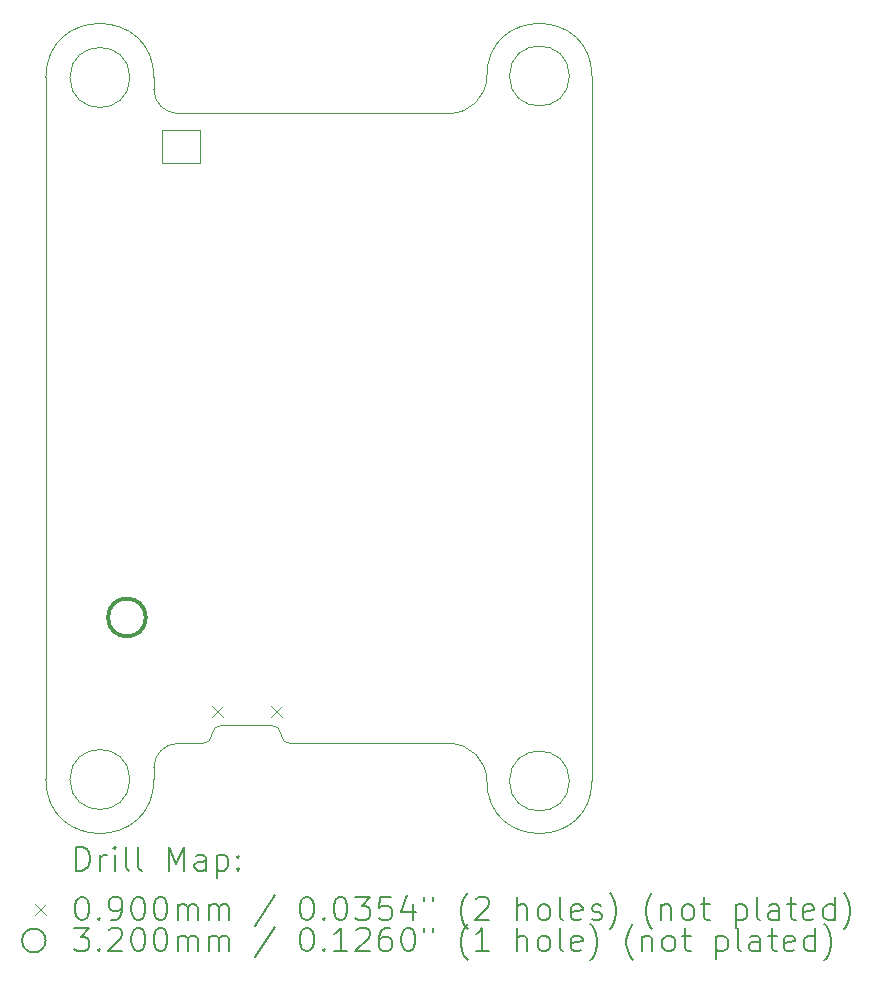
<source format=gbr>
%TF.GenerationSoftware,KiCad,Pcbnew,8.0.9-8.0.9-0~ubuntu24.04.1*%
%TF.CreationDate,2025-04-03T19:38:47-03:00*%
%TF.ProjectId,pm100,706d3130-302e-46b6-9963-61645f706362,rev?*%
%TF.SameCoordinates,Original*%
%TF.FileFunction,Drillmap*%
%TF.FilePolarity,Positive*%
%FSLAX45Y45*%
G04 Gerber Fmt 4.5, Leading zero omitted, Abs format (unit mm)*
G04 Created by KiCad (PCBNEW 8.0.9-8.0.9-0~ubuntu24.04.1) date 2025-04-03 19:38:47*
%MOMM*%
%LPD*%
G01*
G04 APERTURE LIST*
%ADD10C,0.050000*%
%ADD11C,0.120000*%
%ADD12C,0.200000*%
%ADD13C,0.100000*%
%ADD14C,0.320000*%
G04 APERTURE END LIST*
D10*
X16383000Y-3873500D02*
G75*
G02*
X16065500Y-4191000I-317500J0D01*
G01*
X13766800Y-4191000D02*
G75*
G02*
X13563600Y-3987800I0J203200D01*
G01*
X13766800Y-4191000D02*
X16065500Y-4191000D01*
X14055818Y-9448800D02*
G75*
G02*
X14132018Y-9372599I76202J0D01*
G01*
X13360400Y-3886200D02*
G75*
G02*
X12852400Y-3886200I-254000J0D01*
G01*
X12852400Y-3886200D02*
G75*
G02*
X13360400Y-3886200I254000J0D01*
G01*
X14716218Y-9525000D02*
G75*
G02*
X14640020Y-9448800I2J76200D01*
G01*
X14563818Y-9372600D02*
G75*
G02*
X14640020Y-9448800I2J-76200D01*
G01*
X12650000Y-9829800D02*
X12649200Y-3886200D01*
X17272000Y-3873500D02*
X17272000Y-9842500D01*
X17272000Y-9842500D02*
G75*
G02*
X16383000Y-9842500I-444500J0D01*
G01*
X16383000Y-3873500D02*
G75*
G02*
X17272000Y-3873500I444500J0D01*
G01*
X13563600Y-9728200D02*
X13563600Y-9829800D01*
X16065500Y-9525000D02*
G75*
G02*
X16383000Y-9842500I0J-317500D01*
G01*
X14716218Y-9525000D02*
X16065500Y-9525000D01*
X13563600Y-9829800D02*
G75*
G02*
X12649200Y-9829800I-457200J0D01*
G01*
X17081500Y-3873500D02*
G75*
G02*
X16573500Y-3873500I-254000J0D01*
G01*
X16573500Y-3873500D02*
G75*
G02*
X17081500Y-3873500I254000J0D01*
G01*
X13979618Y-9525000D02*
X13766800Y-9525000D01*
X13563600Y-9728200D02*
G75*
G02*
X13766800Y-9525000I203200J0D01*
G01*
X17081500Y-9842500D02*
G75*
G02*
X16573500Y-9842500I-254000J0D01*
G01*
X16573500Y-9842500D02*
G75*
G02*
X17081500Y-9842500I254000J0D01*
G01*
X13563600Y-3886200D02*
X13563600Y-3987800D01*
X13360400Y-9829800D02*
G75*
G02*
X12852400Y-9829800I-254000J0D01*
G01*
X12852400Y-9829800D02*
G75*
G02*
X13360400Y-9829800I254000J0D01*
G01*
X14563818Y-9372600D02*
X14132018Y-9372600D01*
X12649200Y-3886200D02*
G75*
G02*
X13563600Y-3886200I457200J0D01*
G01*
X14055818Y-9448800D02*
G75*
G02*
X13979618Y-9524999I-76199J0D01*
G01*
D11*
X13952200Y-4610400D02*
X13632200Y-4610400D01*
X13632200Y-4330400D01*
X13952200Y-4330400D01*
X13952200Y-4610400D01*
D12*
D13*
X14056000Y-9211500D02*
X14146000Y-9301500D01*
X14146000Y-9211500D02*
X14056000Y-9301500D01*
X14556000Y-9211500D02*
X14646000Y-9301500D01*
X14646000Y-9211500D02*
X14556000Y-9301500D01*
D14*
X13495000Y-8458200D02*
G75*
G02*
X13175000Y-8458200I-160000J0D01*
G01*
X13175000Y-8458200D02*
G75*
G02*
X13495000Y-8458200I160000J0D01*
G01*
D12*
X12907477Y-10600984D02*
X12907477Y-10400984D01*
X12907477Y-10400984D02*
X12955096Y-10400984D01*
X12955096Y-10400984D02*
X12983667Y-10410508D01*
X12983667Y-10410508D02*
X13002715Y-10429555D01*
X13002715Y-10429555D02*
X13012239Y-10448603D01*
X13012239Y-10448603D02*
X13021762Y-10486698D01*
X13021762Y-10486698D02*
X13021762Y-10515270D01*
X13021762Y-10515270D02*
X13012239Y-10553365D01*
X13012239Y-10553365D02*
X13002715Y-10572412D01*
X13002715Y-10572412D02*
X12983667Y-10591460D01*
X12983667Y-10591460D02*
X12955096Y-10600984D01*
X12955096Y-10600984D02*
X12907477Y-10600984D01*
X13107477Y-10600984D02*
X13107477Y-10467651D01*
X13107477Y-10505746D02*
X13117001Y-10486698D01*
X13117001Y-10486698D02*
X13126524Y-10477174D01*
X13126524Y-10477174D02*
X13145572Y-10467651D01*
X13145572Y-10467651D02*
X13164620Y-10467651D01*
X13231286Y-10600984D02*
X13231286Y-10467651D01*
X13231286Y-10400984D02*
X13221762Y-10410508D01*
X13221762Y-10410508D02*
X13231286Y-10420032D01*
X13231286Y-10420032D02*
X13240810Y-10410508D01*
X13240810Y-10410508D02*
X13231286Y-10400984D01*
X13231286Y-10400984D02*
X13231286Y-10420032D01*
X13355096Y-10600984D02*
X13336048Y-10591460D01*
X13336048Y-10591460D02*
X13326524Y-10572412D01*
X13326524Y-10572412D02*
X13326524Y-10400984D01*
X13459858Y-10600984D02*
X13440810Y-10591460D01*
X13440810Y-10591460D02*
X13431286Y-10572412D01*
X13431286Y-10572412D02*
X13431286Y-10400984D01*
X13688429Y-10600984D02*
X13688429Y-10400984D01*
X13688429Y-10400984D02*
X13755096Y-10543841D01*
X13755096Y-10543841D02*
X13821762Y-10400984D01*
X13821762Y-10400984D02*
X13821762Y-10600984D01*
X14002715Y-10600984D02*
X14002715Y-10496222D01*
X14002715Y-10496222D02*
X13993191Y-10477174D01*
X13993191Y-10477174D02*
X13974143Y-10467651D01*
X13974143Y-10467651D02*
X13936048Y-10467651D01*
X13936048Y-10467651D02*
X13917001Y-10477174D01*
X14002715Y-10591460D02*
X13983667Y-10600984D01*
X13983667Y-10600984D02*
X13936048Y-10600984D01*
X13936048Y-10600984D02*
X13917001Y-10591460D01*
X13917001Y-10591460D02*
X13907477Y-10572412D01*
X13907477Y-10572412D02*
X13907477Y-10553365D01*
X13907477Y-10553365D02*
X13917001Y-10534317D01*
X13917001Y-10534317D02*
X13936048Y-10524793D01*
X13936048Y-10524793D02*
X13983667Y-10524793D01*
X13983667Y-10524793D02*
X14002715Y-10515270D01*
X14097953Y-10467651D02*
X14097953Y-10667651D01*
X14097953Y-10477174D02*
X14117001Y-10467651D01*
X14117001Y-10467651D02*
X14155096Y-10467651D01*
X14155096Y-10467651D02*
X14174143Y-10477174D01*
X14174143Y-10477174D02*
X14183667Y-10486698D01*
X14183667Y-10486698D02*
X14193191Y-10505746D01*
X14193191Y-10505746D02*
X14193191Y-10562889D01*
X14193191Y-10562889D02*
X14183667Y-10581936D01*
X14183667Y-10581936D02*
X14174143Y-10591460D01*
X14174143Y-10591460D02*
X14155096Y-10600984D01*
X14155096Y-10600984D02*
X14117001Y-10600984D01*
X14117001Y-10600984D02*
X14097953Y-10591460D01*
X14278905Y-10581936D02*
X14288429Y-10591460D01*
X14288429Y-10591460D02*
X14278905Y-10600984D01*
X14278905Y-10600984D02*
X14269382Y-10591460D01*
X14269382Y-10591460D02*
X14278905Y-10581936D01*
X14278905Y-10581936D02*
X14278905Y-10600984D01*
X14278905Y-10477174D02*
X14288429Y-10486698D01*
X14288429Y-10486698D02*
X14278905Y-10496222D01*
X14278905Y-10496222D02*
X14269382Y-10486698D01*
X14269382Y-10486698D02*
X14278905Y-10477174D01*
X14278905Y-10477174D02*
X14278905Y-10496222D01*
D13*
X12556700Y-10884500D02*
X12646700Y-10974500D01*
X12646700Y-10884500D02*
X12556700Y-10974500D01*
D12*
X12945572Y-10820984D02*
X12964620Y-10820984D01*
X12964620Y-10820984D02*
X12983667Y-10830508D01*
X12983667Y-10830508D02*
X12993191Y-10840032D01*
X12993191Y-10840032D02*
X13002715Y-10859079D01*
X13002715Y-10859079D02*
X13012239Y-10897174D01*
X13012239Y-10897174D02*
X13012239Y-10944793D01*
X13012239Y-10944793D02*
X13002715Y-10982889D01*
X13002715Y-10982889D02*
X12993191Y-11001936D01*
X12993191Y-11001936D02*
X12983667Y-11011460D01*
X12983667Y-11011460D02*
X12964620Y-11020984D01*
X12964620Y-11020984D02*
X12945572Y-11020984D01*
X12945572Y-11020984D02*
X12926524Y-11011460D01*
X12926524Y-11011460D02*
X12917001Y-11001936D01*
X12917001Y-11001936D02*
X12907477Y-10982889D01*
X12907477Y-10982889D02*
X12897953Y-10944793D01*
X12897953Y-10944793D02*
X12897953Y-10897174D01*
X12897953Y-10897174D02*
X12907477Y-10859079D01*
X12907477Y-10859079D02*
X12917001Y-10840032D01*
X12917001Y-10840032D02*
X12926524Y-10830508D01*
X12926524Y-10830508D02*
X12945572Y-10820984D01*
X13097953Y-11001936D02*
X13107477Y-11011460D01*
X13107477Y-11011460D02*
X13097953Y-11020984D01*
X13097953Y-11020984D02*
X13088429Y-11011460D01*
X13088429Y-11011460D02*
X13097953Y-11001936D01*
X13097953Y-11001936D02*
X13097953Y-11020984D01*
X13202715Y-11020984D02*
X13240810Y-11020984D01*
X13240810Y-11020984D02*
X13259858Y-11011460D01*
X13259858Y-11011460D02*
X13269382Y-11001936D01*
X13269382Y-11001936D02*
X13288429Y-10973365D01*
X13288429Y-10973365D02*
X13297953Y-10935270D01*
X13297953Y-10935270D02*
X13297953Y-10859079D01*
X13297953Y-10859079D02*
X13288429Y-10840032D01*
X13288429Y-10840032D02*
X13278905Y-10830508D01*
X13278905Y-10830508D02*
X13259858Y-10820984D01*
X13259858Y-10820984D02*
X13221762Y-10820984D01*
X13221762Y-10820984D02*
X13202715Y-10830508D01*
X13202715Y-10830508D02*
X13193191Y-10840032D01*
X13193191Y-10840032D02*
X13183667Y-10859079D01*
X13183667Y-10859079D02*
X13183667Y-10906698D01*
X13183667Y-10906698D02*
X13193191Y-10925746D01*
X13193191Y-10925746D02*
X13202715Y-10935270D01*
X13202715Y-10935270D02*
X13221762Y-10944793D01*
X13221762Y-10944793D02*
X13259858Y-10944793D01*
X13259858Y-10944793D02*
X13278905Y-10935270D01*
X13278905Y-10935270D02*
X13288429Y-10925746D01*
X13288429Y-10925746D02*
X13297953Y-10906698D01*
X13421762Y-10820984D02*
X13440810Y-10820984D01*
X13440810Y-10820984D02*
X13459858Y-10830508D01*
X13459858Y-10830508D02*
X13469382Y-10840032D01*
X13469382Y-10840032D02*
X13478905Y-10859079D01*
X13478905Y-10859079D02*
X13488429Y-10897174D01*
X13488429Y-10897174D02*
X13488429Y-10944793D01*
X13488429Y-10944793D02*
X13478905Y-10982889D01*
X13478905Y-10982889D02*
X13469382Y-11001936D01*
X13469382Y-11001936D02*
X13459858Y-11011460D01*
X13459858Y-11011460D02*
X13440810Y-11020984D01*
X13440810Y-11020984D02*
X13421762Y-11020984D01*
X13421762Y-11020984D02*
X13402715Y-11011460D01*
X13402715Y-11011460D02*
X13393191Y-11001936D01*
X13393191Y-11001936D02*
X13383667Y-10982889D01*
X13383667Y-10982889D02*
X13374143Y-10944793D01*
X13374143Y-10944793D02*
X13374143Y-10897174D01*
X13374143Y-10897174D02*
X13383667Y-10859079D01*
X13383667Y-10859079D02*
X13393191Y-10840032D01*
X13393191Y-10840032D02*
X13402715Y-10830508D01*
X13402715Y-10830508D02*
X13421762Y-10820984D01*
X13612239Y-10820984D02*
X13631286Y-10820984D01*
X13631286Y-10820984D02*
X13650334Y-10830508D01*
X13650334Y-10830508D02*
X13659858Y-10840032D01*
X13659858Y-10840032D02*
X13669382Y-10859079D01*
X13669382Y-10859079D02*
X13678905Y-10897174D01*
X13678905Y-10897174D02*
X13678905Y-10944793D01*
X13678905Y-10944793D02*
X13669382Y-10982889D01*
X13669382Y-10982889D02*
X13659858Y-11001936D01*
X13659858Y-11001936D02*
X13650334Y-11011460D01*
X13650334Y-11011460D02*
X13631286Y-11020984D01*
X13631286Y-11020984D02*
X13612239Y-11020984D01*
X13612239Y-11020984D02*
X13593191Y-11011460D01*
X13593191Y-11011460D02*
X13583667Y-11001936D01*
X13583667Y-11001936D02*
X13574143Y-10982889D01*
X13574143Y-10982889D02*
X13564620Y-10944793D01*
X13564620Y-10944793D02*
X13564620Y-10897174D01*
X13564620Y-10897174D02*
X13574143Y-10859079D01*
X13574143Y-10859079D02*
X13583667Y-10840032D01*
X13583667Y-10840032D02*
X13593191Y-10830508D01*
X13593191Y-10830508D02*
X13612239Y-10820984D01*
X13764620Y-11020984D02*
X13764620Y-10887651D01*
X13764620Y-10906698D02*
X13774143Y-10897174D01*
X13774143Y-10897174D02*
X13793191Y-10887651D01*
X13793191Y-10887651D02*
X13821763Y-10887651D01*
X13821763Y-10887651D02*
X13840810Y-10897174D01*
X13840810Y-10897174D02*
X13850334Y-10916222D01*
X13850334Y-10916222D02*
X13850334Y-11020984D01*
X13850334Y-10916222D02*
X13859858Y-10897174D01*
X13859858Y-10897174D02*
X13878905Y-10887651D01*
X13878905Y-10887651D02*
X13907477Y-10887651D01*
X13907477Y-10887651D02*
X13926524Y-10897174D01*
X13926524Y-10897174D02*
X13936048Y-10916222D01*
X13936048Y-10916222D02*
X13936048Y-11020984D01*
X14031286Y-11020984D02*
X14031286Y-10887651D01*
X14031286Y-10906698D02*
X14040810Y-10897174D01*
X14040810Y-10897174D02*
X14059858Y-10887651D01*
X14059858Y-10887651D02*
X14088429Y-10887651D01*
X14088429Y-10887651D02*
X14107477Y-10897174D01*
X14107477Y-10897174D02*
X14117001Y-10916222D01*
X14117001Y-10916222D02*
X14117001Y-11020984D01*
X14117001Y-10916222D02*
X14126524Y-10897174D01*
X14126524Y-10897174D02*
X14145572Y-10887651D01*
X14145572Y-10887651D02*
X14174143Y-10887651D01*
X14174143Y-10887651D02*
X14193191Y-10897174D01*
X14193191Y-10897174D02*
X14202715Y-10916222D01*
X14202715Y-10916222D02*
X14202715Y-11020984D01*
X14593191Y-10811460D02*
X14421763Y-11068603D01*
X14850334Y-10820984D02*
X14869382Y-10820984D01*
X14869382Y-10820984D02*
X14888429Y-10830508D01*
X14888429Y-10830508D02*
X14897953Y-10840032D01*
X14897953Y-10840032D02*
X14907477Y-10859079D01*
X14907477Y-10859079D02*
X14917001Y-10897174D01*
X14917001Y-10897174D02*
X14917001Y-10944793D01*
X14917001Y-10944793D02*
X14907477Y-10982889D01*
X14907477Y-10982889D02*
X14897953Y-11001936D01*
X14897953Y-11001936D02*
X14888429Y-11011460D01*
X14888429Y-11011460D02*
X14869382Y-11020984D01*
X14869382Y-11020984D02*
X14850334Y-11020984D01*
X14850334Y-11020984D02*
X14831286Y-11011460D01*
X14831286Y-11011460D02*
X14821763Y-11001936D01*
X14821763Y-11001936D02*
X14812239Y-10982889D01*
X14812239Y-10982889D02*
X14802715Y-10944793D01*
X14802715Y-10944793D02*
X14802715Y-10897174D01*
X14802715Y-10897174D02*
X14812239Y-10859079D01*
X14812239Y-10859079D02*
X14821763Y-10840032D01*
X14821763Y-10840032D02*
X14831286Y-10830508D01*
X14831286Y-10830508D02*
X14850334Y-10820984D01*
X15002715Y-11001936D02*
X15012239Y-11011460D01*
X15012239Y-11011460D02*
X15002715Y-11020984D01*
X15002715Y-11020984D02*
X14993191Y-11011460D01*
X14993191Y-11011460D02*
X15002715Y-11001936D01*
X15002715Y-11001936D02*
X15002715Y-11020984D01*
X15136048Y-10820984D02*
X15155096Y-10820984D01*
X15155096Y-10820984D02*
X15174144Y-10830508D01*
X15174144Y-10830508D02*
X15183667Y-10840032D01*
X15183667Y-10840032D02*
X15193191Y-10859079D01*
X15193191Y-10859079D02*
X15202715Y-10897174D01*
X15202715Y-10897174D02*
X15202715Y-10944793D01*
X15202715Y-10944793D02*
X15193191Y-10982889D01*
X15193191Y-10982889D02*
X15183667Y-11001936D01*
X15183667Y-11001936D02*
X15174144Y-11011460D01*
X15174144Y-11011460D02*
X15155096Y-11020984D01*
X15155096Y-11020984D02*
X15136048Y-11020984D01*
X15136048Y-11020984D02*
X15117001Y-11011460D01*
X15117001Y-11011460D02*
X15107477Y-11001936D01*
X15107477Y-11001936D02*
X15097953Y-10982889D01*
X15097953Y-10982889D02*
X15088429Y-10944793D01*
X15088429Y-10944793D02*
X15088429Y-10897174D01*
X15088429Y-10897174D02*
X15097953Y-10859079D01*
X15097953Y-10859079D02*
X15107477Y-10840032D01*
X15107477Y-10840032D02*
X15117001Y-10830508D01*
X15117001Y-10830508D02*
X15136048Y-10820984D01*
X15269382Y-10820984D02*
X15393191Y-10820984D01*
X15393191Y-10820984D02*
X15326525Y-10897174D01*
X15326525Y-10897174D02*
X15355096Y-10897174D01*
X15355096Y-10897174D02*
X15374144Y-10906698D01*
X15374144Y-10906698D02*
X15383667Y-10916222D01*
X15383667Y-10916222D02*
X15393191Y-10935270D01*
X15393191Y-10935270D02*
X15393191Y-10982889D01*
X15393191Y-10982889D02*
X15383667Y-11001936D01*
X15383667Y-11001936D02*
X15374144Y-11011460D01*
X15374144Y-11011460D02*
X15355096Y-11020984D01*
X15355096Y-11020984D02*
X15297953Y-11020984D01*
X15297953Y-11020984D02*
X15278906Y-11011460D01*
X15278906Y-11011460D02*
X15269382Y-11001936D01*
X15574144Y-10820984D02*
X15478906Y-10820984D01*
X15478906Y-10820984D02*
X15469382Y-10916222D01*
X15469382Y-10916222D02*
X15478906Y-10906698D01*
X15478906Y-10906698D02*
X15497953Y-10897174D01*
X15497953Y-10897174D02*
X15545572Y-10897174D01*
X15545572Y-10897174D02*
X15564620Y-10906698D01*
X15564620Y-10906698D02*
X15574144Y-10916222D01*
X15574144Y-10916222D02*
X15583667Y-10935270D01*
X15583667Y-10935270D02*
X15583667Y-10982889D01*
X15583667Y-10982889D02*
X15574144Y-11001936D01*
X15574144Y-11001936D02*
X15564620Y-11011460D01*
X15564620Y-11011460D02*
X15545572Y-11020984D01*
X15545572Y-11020984D02*
X15497953Y-11020984D01*
X15497953Y-11020984D02*
X15478906Y-11011460D01*
X15478906Y-11011460D02*
X15469382Y-11001936D01*
X15755096Y-10887651D02*
X15755096Y-11020984D01*
X15707477Y-10811460D02*
X15659858Y-10954317D01*
X15659858Y-10954317D02*
X15783667Y-10954317D01*
X15850334Y-10820984D02*
X15850334Y-10859079D01*
X15926525Y-10820984D02*
X15926525Y-10859079D01*
X16221763Y-11097174D02*
X16212239Y-11087651D01*
X16212239Y-11087651D02*
X16193191Y-11059079D01*
X16193191Y-11059079D02*
X16183668Y-11040032D01*
X16183668Y-11040032D02*
X16174144Y-11011460D01*
X16174144Y-11011460D02*
X16164620Y-10963841D01*
X16164620Y-10963841D02*
X16164620Y-10925746D01*
X16164620Y-10925746D02*
X16174144Y-10878127D01*
X16174144Y-10878127D02*
X16183668Y-10849555D01*
X16183668Y-10849555D02*
X16193191Y-10830508D01*
X16193191Y-10830508D02*
X16212239Y-10801936D01*
X16212239Y-10801936D02*
X16221763Y-10792412D01*
X16288429Y-10840032D02*
X16297953Y-10830508D01*
X16297953Y-10830508D02*
X16317001Y-10820984D01*
X16317001Y-10820984D02*
X16364620Y-10820984D01*
X16364620Y-10820984D02*
X16383668Y-10830508D01*
X16383668Y-10830508D02*
X16393191Y-10840032D01*
X16393191Y-10840032D02*
X16402715Y-10859079D01*
X16402715Y-10859079D02*
X16402715Y-10878127D01*
X16402715Y-10878127D02*
X16393191Y-10906698D01*
X16393191Y-10906698D02*
X16278906Y-11020984D01*
X16278906Y-11020984D02*
X16402715Y-11020984D01*
X16640810Y-11020984D02*
X16640810Y-10820984D01*
X16726525Y-11020984D02*
X16726525Y-10916222D01*
X16726525Y-10916222D02*
X16717001Y-10897174D01*
X16717001Y-10897174D02*
X16697953Y-10887651D01*
X16697953Y-10887651D02*
X16669382Y-10887651D01*
X16669382Y-10887651D02*
X16650334Y-10897174D01*
X16650334Y-10897174D02*
X16640810Y-10906698D01*
X16850334Y-11020984D02*
X16831287Y-11011460D01*
X16831287Y-11011460D02*
X16821763Y-11001936D01*
X16821763Y-11001936D02*
X16812239Y-10982889D01*
X16812239Y-10982889D02*
X16812239Y-10925746D01*
X16812239Y-10925746D02*
X16821763Y-10906698D01*
X16821763Y-10906698D02*
X16831287Y-10897174D01*
X16831287Y-10897174D02*
X16850334Y-10887651D01*
X16850334Y-10887651D02*
X16878906Y-10887651D01*
X16878906Y-10887651D02*
X16897953Y-10897174D01*
X16897953Y-10897174D02*
X16907477Y-10906698D01*
X16907477Y-10906698D02*
X16917001Y-10925746D01*
X16917001Y-10925746D02*
X16917001Y-10982889D01*
X16917001Y-10982889D02*
X16907477Y-11001936D01*
X16907477Y-11001936D02*
X16897953Y-11011460D01*
X16897953Y-11011460D02*
X16878906Y-11020984D01*
X16878906Y-11020984D02*
X16850334Y-11020984D01*
X17031287Y-11020984D02*
X17012239Y-11011460D01*
X17012239Y-11011460D02*
X17002715Y-10992412D01*
X17002715Y-10992412D02*
X17002715Y-10820984D01*
X17183668Y-11011460D02*
X17164620Y-11020984D01*
X17164620Y-11020984D02*
X17126525Y-11020984D01*
X17126525Y-11020984D02*
X17107477Y-11011460D01*
X17107477Y-11011460D02*
X17097953Y-10992412D01*
X17097953Y-10992412D02*
X17097953Y-10916222D01*
X17097953Y-10916222D02*
X17107477Y-10897174D01*
X17107477Y-10897174D02*
X17126525Y-10887651D01*
X17126525Y-10887651D02*
X17164620Y-10887651D01*
X17164620Y-10887651D02*
X17183668Y-10897174D01*
X17183668Y-10897174D02*
X17193192Y-10916222D01*
X17193192Y-10916222D02*
X17193192Y-10935270D01*
X17193192Y-10935270D02*
X17097953Y-10954317D01*
X17269382Y-11011460D02*
X17288430Y-11020984D01*
X17288430Y-11020984D02*
X17326525Y-11020984D01*
X17326525Y-11020984D02*
X17345573Y-11011460D01*
X17345573Y-11011460D02*
X17355096Y-10992412D01*
X17355096Y-10992412D02*
X17355096Y-10982889D01*
X17355096Y-10982889D02*
X17345573Y-10963841D01*
X17345573Y-10963841D02*
X17326525Y-10954317D01*
X17326525Y-10954317D02*
X17297953Y-10954317D01*
X17297953Y-10954317D02*
X17278906Y-10944793D01*
X17278906Y-10944793D02*
X17269382Y-10925746D01*
X17269382Y-10925746D02*
X17269382Y-10916222D01*
X17269382Y-10916222D02*
X17278906Y-10897174D01*
X17278906Y-10897174D02*
X17297953Y-10887651D01*
X17297953Y-10887651D02*
X17326525Y-10887651D01*
X17326525Y-10887651D02*
X17345573Y-10897174D01*
X17421763Y-11097174D02*
X17431287Y-11087651D01*
X17431287Y-11087651D02*
X17450334Y-11059079D01*
X17450334Y-11059079D02*
X17459858Y-11040032D01*
X17459858Y-11040032D02*
X17469382Y-11011460D01*
X17469382Y-11011460D02*
X17478906Y-10963841D01*
X17478906Y-10963841D02*
X17478906Y-10925746D01*
X17478906Y-10925746D02*
X17469382Y-10878127D01*
X17469382Y-10878127D02*
X17459858Y-10849555D01*
X17459858Y-10849555D02*
X17450334Y-10830508D01*
X17450334Y-10830508D02*
X17431287Y-10801936D01*
X17431287Y-10801936D02*
X17421763Y-10792412D01*
X17783668Y-11097174D02*
X17774144Y-11087651D01*
X17774144Y-11087651D02*
X17755096Y-11059079D01*
X17755096Y-11059079D02*
X17745573Y-11040032D01*
X17745573Y-11040032D02*
X17736049Y-11011460D01*
X17736049Y-11011460D02*
X17726525Y-10963841D01*
X17726525Y-10963841D02*
X17726525Y-10925746D01*
X17726525Y-10925746D02*
X17736049Y-10878127D01*
X17736049Y-10878127D02*
X17745573Y-10849555D01*
X17745573Y-10849555D02*
X17755096Y-10830508D01*
X17755096Y-10830508D02*
X17774144Y-10801936D01*
X17774144Y-10801936D02*
X17783668Y-10792412D01*
X17859858Y-10887651D02*
X17859858Y-11020984D01*
X17859858Y-10906698D02*
X17869382Y-10897174D01*
X17869382Y-10897174D02*
X17888430Y-10887651D01*
X17888430Y-10887651D02*
X17917001Y-10887651D01*
X17917001Y-10887651D02*
X17936049Y-10897174D01*
X17936049Y-10897174D02*
X17945573Y-10916222D01*
X17945573Y-10916222D02*
X17945573Y-11020984D01*
X18069382Y-11020984D02*
X18050334Y-11011460D01*
X18050334Y-11011460D02*
X18040811Y-11001936D01*
X18040811Y-11001936D02*
X18031287Y-10982889D01*
X18031287Y-10982889D02*
X18031287Y-10925746D01*
X18031287Y-10925746D02*
X18040811Y-10906698D01*
X18040811Y-10906698D02*
X18050334Y-10897174D01*
X18050334Y-10897174D02*
X18069382Y-10887651D01*
X18069382Y-10887651D02*
X18097954Y-10887651D01*
X18097954Y-10887651D02*
X18117001Y-10897174D01*
X18117001Y-10897174D02*
X18126525Y-10906698D01*
X18126525Y-10906698D02*
X18136049Y-10925746D01*
X18136049Y-10925746D02*
X18136049Y-10982889D01*
X18136049Y-10982889D02*
X18126525Y-11001936D01*
X18126525Y-11001936D02*
X18117001Y-11011460D01*
X18117001Y-11011460D02*
X18097954Y-11020984D01*
X18097954Y-11020984D02*
X18069382Y-11020984D01*
X18193192Y-10887651D02*
X18269382Y-10887651D01*
X18221763Y-10820984D02*
X18221763Y-10992412D01*
X18221763Y-10992412D02*
X18231287Y-11011460D01*
X18231287Y-11011460D02*
X18250334Y-11020984D01*
X18250334Y-11020984D02*
X18269382Y-11020984D01*
X18488430Y-10887651D02*
X18488430Y-11087651D01*
X18488430Y-10897174D02*
X18507477Y-10887651D01*
X18507477Y-10887651D02*
X18545573Y-10887651D01*
X18545573Y-10887651D02*
X18564620Y-10897174D01*
X18564620Y-10897174D02*
X18574144Y-10906698D01*
X18574144Y-10906698D02*
X18583668Y-10925746D01*
X18583668Y-10925746D02*
X18583668Y-10982889D01*
X18583668Y-10982889D02*
X18574144Y-11001936D01*
X18574144Y-11001936D02*
X18564620Y-11011460D01*
X18564620Y-11011460D02*
X18545573Y-11020984D01*
X18545573Y-11020984D02*
X18507477Y-11020984D01*
X18507477Y-11020984D02*
X18488430Y-11011460D01*
X18697954Y-11020984D02*
X18678906Y-11011460D01*
X18678906Y-11011460D02*
X18669382Y-10992412D01*
X18669382Y-10992412D02*
X18669382Y-10820984D01*
X18859858Y-11020984D02*
X18859858Y-10916222D01*
X18859858Y-10916222D02*
X18850335Y-10897174D01*
X18850335Y-10897174D02*
X18831287Y-10887651D01*
X18831287Y-10887651D02*
X18793192Y-10887651D01*
X18793192Y-10887651D02*
X18774144Y-10897174D01*
X18859858Y-11011460D02*
X18840811Y-11020984D01*
X18840811Y-11020984D02*
X18793192Y-11020984D01*
X18793192Y-11020984D02*
X18774144Y-11011460D01*
X18774144Y-11011460D02*
X18764620Y-10992412D01*
X18764620Y-10992412D02*
X18764620Y-10973365D01*
X18764620Y-10973365D02*
X18774144Y-10954317D01*
X18774144Y-10954317D02*
X18793192Y-10944793D01*
X18793192Y-10944793D02*
X18840811Y-10944793D01*
X18840811Y-10944793D02*
X18859858Y-10935270D01*
X18926525Y-10887651D02*
X19002715Y-10887651D01*
X18955096Y-10820984D02*
X18955096Y-10992412D01*
X18955096Y-10992412D02*
X18964620Y-11011460D01*
X18964620Y-11011460D02*
X18983668Y-11020984D01*
X18983668Y-11020984D02*
X19002715Y-11020984D01*
X19145573Y-11011460D02*
X19126525Y-11020984D01*
X19126525Y-11020984D02*
X19088430Y-11020984D01*
X19088430Y-11020984D02*
X19069382Y-11011460D01*
X19069382Y-11011460D02*
X19059858Y-10992412D01*
X19059858Y-10992412D02*
X19059858Y-10916222D01*
X19059858Y-10916222D02*
X19069382Y-10897174D01*
X19069382Y-10897174D02*
X19088430Y-10887651D01*
X19088430Y-10887651D02*
X19126525Y-10887651D01*
X19126525Y-10887651D02*
X19145573Y-10897174D01*
X19145573Y-10897174D02*
X19155096Y-10916222D01*
X19155096Y-10916222D02*
X19155096Y-10935270D01*
X19155096Y-10935270D02*
X19059858Y-10954317D01*
X19326525Y-11020984D02*
X19326525Y-10820984D01*
X19326525Y-11011460D02*
X19307477Y-11020984D01*
X19307477Y-11020984D02*
X19269382Y-11020984D01*
X19269382Y-11020984D02*
X19250335Y-11011460D01*
X19250335Y-11011460D02*
X19240811Y-11001936D01*
X19240811Y-11001936D02*
X19231287Y-10982889D01*
X19231287Y-10982889D02*
X19231287Y-10925746D01*
X19231287Y-10925746D02*
X19240811Y-10906698D01*
X19240811Y-10906698D02*
X19250335Y-10897174D01*
X19250335Y-10897174D02*
X19269382Y-10887651D01*
X19269382Y-10887651D02*
X19307477Y-10887651D01*
X19307477Y-10887651D02*
X19326525Y-10897174D01*
X19402716Y-11097174D02*
X19412239Y-11087651D01*
X19412239Y-11087651D02*
X19431287Y-11059079D01*
X19431287Y-11059079D02*
X19440811Y-11040032D01*
X19440811Y-11040032D02*
X19450335Y-11011460D01*
X19450335Y-11011460D02*
X19459858Y-10963841D01*
X19459858Y-10963841D02*
X19459858Y-10925746D01*
X19459858Y-10925746D02*
X19450335Y-10878127D01*
X19450335Y-10878127D02*
X19440811Y-10849555D01*
X19440811Y-10849555D02*
X19431287Y-10830508D01*
X19431287Y-10830508D02*
X19412239Y-10801936D01*
X19412239Y-10801936D02*
X19402716Y-10792412D01*
X12646700Y-11193500D02*
G75*
G02*
X12446700Y-11193500I-100000J0D01*
G01*
X12446700Y-11193500D02*
G75*
G02*
X12646700Y-11193500I100000J0D01*
G01*
X12888429Y-11084984D02*
X13012239Y-11084984D01*
X13012239Y-11084984D02*
X12945572Y-11161174D01*
X12945572Y-11161174D02*
X12974143Y-11161174D01*
X12974143Y-11161174D02*
X12993191Y-11170698D01*
X12993191Y-11170698D02*
X13002715Y-11180222D01*
X13002715Y-11180222D02*
X13012239Y-11199270D01*
X13012239Y-11199270D02*
X13012239Y-11246889D01*
X13012239Y-11246889D02*
X13002715Y-11265936D01*
X13002715Y-11265936D02*
X12993191Y-11275460D01*
X12993191Y-11275460D02*
X12974143Y-11284984D01*
X12974143Y-11284984D02*
X12917001Y-11284984D01*
X12917001Y-11284984D02*
X12897953Y-11275460D01*
X12897953Y-11275460D02*
X12888429Y-11265936D01*
X13097953Y-11265936D02*
X13107477Y-11275460D01*
X13107477Y-11275460D02*
X13097953Y-11284984D01*
X13097953Y-11284984D02*
X13088429Y-11275460D01*
X13088429Y-11275460D02*
X13097953Y-11265936D01*
X13097953Y-11265936D02*
X13097953Y-11284984D01*
X13183667Y-11104032D02*
X13193191Y-11094508D01*
X13193191Y-11094508D02*
X13212239Y-11084984D01*
X13212239Y-11084984D02*
X13259858Y-11084984D01*
X13259858Y-11084984D02*
X13278905Y-11094508D01*
X13278905Y-11094508D02*
X13288429Y-11104032D01*
X13288429Y-11104032D02*
X13297953Y-11123079D01*
X13297953Y-11123079D02*
X13297953Y-11142127D01*
X13297953Y-11142127D02*
X13288429Y-11170698D01*
X13288429Y-11170698D02*
X13174143Y-11284984D01*
X13174143Y-11284984D02*
X13297953Y-11284984D01*
X13421762Y-11084984D02*
X13440810Y-11084984D01*
X13440810Y-11084984D02*
X13459858Y-11094508D01*
X13459858Y-11094508D02*
X13469382Y-11104032D01*
X13469382Y-11104032D02*
X13478905Y-11123079D01*
X13478905Y-11123079D02*
X13488429Y-11161174D01*
X13488429Y-11161174D02*
X13488429Y-11208793D01*
X13488429Y-11208793D02*
X13478905Y-11246889D01*
X13478905Y-11246889D02*
X13469382Y-11265936D01*
X13469382Y-11265936D02*
X13459858Y-11275460D01*
X13459858Y-11275460D02*
X13440810Y-11284984D01*
X13440810Y-11284984D02*
X13421762Y-11284984D01*
X13421762Y-11284984D02*
X13402715Y-11275460D01*
X13402715Y-11275460D02*
X13393191Y-11265936D01*
X13393191Y-11265936D02*
X13383667Y-11246889D01*
X13383667Y-11246889D02*
X13374143Y-11208793D01*
X13374143Y-11208793D02*
X13374143Y-11161174D01*
X13374143Y-11161174D02*
X13383667Y-11123079D01*
X13383667Y-11123079D02*
X13393191Y-11104032D01*
X13393191Y-11104032D02*
X13402715Y-11094508D01*
X13402715Y-11094508D02*
X13421762Y-11084984D01*
X13612239Y-11084984D02*
X13631286Y-11084984D01*
X13631286Y-11084984D02*
X13650334Y-11094508D01*
X13650334Y-11094508D02*
X13659858Y-11104032D01*
X13659858Y-11104032D02*
X13669382Y-11123079D01*
X13669382Y-11123079D02*
X13678905Y-11161174D01*
X13678905Y-11161174D02*
X13678905Y-11208793D01*
X13678905Y-11208793D02*
X13669382Y-11246889D01*
X13669382Y-11246889D02*
X13659858Y-11265936D01*
X13659858Y-11265936D02*
X13650334Y-11275460D01*
X13650334Y-11275460D02*
X13631286Y-11284984D01*
X13631286Y-11284984D02*
X13612239Y-11284984D01*
X13612239Y-11284984D02*
X13593191Y-11275460D01*
X13593191Y-11275460D02*
X13583667Y-11265936D01*
X13583667Y-11265936D02*
X13574143Y-11246889D01*
X13574143Y-11246889D02*
X13564620Y-11208793D01*
X13564620Y-11208793D02*
X13564620Y-11161174D01*
X13564620Y-11161174D02*
X13574143Y-11123079D01*
X13574143Y-11123079D02*
X13583667Y-11104032D01*
X13583667Y-11104032D02*
X13593191Y-11094508D01*
X13593191Y-11094508D02*
X13612239Y-11084984D01*
X13764620Y-11284984D02*
X13764620Y-11151651D01*
X13764620Y-11170698D02*
X13774143Y-11161174D01*
X13774143Y-11161174D02*
X13793191Y-11151651D01*
X13793191Y-11151651D02*
X13821763Y-11151651D01*
X13821763Y-11151651D02*
X13840810Y-11161174D01*
X13840810Y-11161174D02*
X13850334Y-11180222D01*
X13850334Y-11180222D02*
X13850334Y-11284984D01*
X13850334Y-11180222D02*
X13859858Y-11161174D01*
X13859858Y-11161174D02*
X13878905Y-11151651D01*
X13878905Y-11151651D02*
X13907477Y-11151651D01*
X13907477Y-11151651D02*
X13926524Y-11161174D01*
X13926524Y-11161174D02*
X13936048Y-11180222D01*
X13936048Y-11180222D02*
X13936048Y-11284984D01*
X14031286Y-11284984D02*
X14031286Y-11151651D01*
X14031286Y-11170698D02*
X14040810Y-11161174D01*
X14040810Y-11161174D02*
X14059858Y-11151651D01*
X14059858Y-11151651D02*
X14088429Y-11151651D01*
X14088429Y-11151651D02*
X14107477Y-11161174D01*
X14107477Y-11161174D02*
X14117001Y-11180222D01*
X14117001Y-11180222D02*
X14117001Y-11284984D01*
X14117001Y-11180222D02*
X14126524Y-11161174D01*
X14126524Y-11161174D02*
X14145572Y-11151651D01*
X14145572Y-11151651D02*
X14174143Y-11151651D01*
X14174143Y-11151651D02*
X14193191Y-11161174D01*
X14193191Y-11161174D02*
X14202715Y-11180222D01*
X14202715Y-11180222D02*
X14202715Y-11284984D01*
X14593191Y-11075460D02*
X14421763Y-11332603D01*
X14850334Y-11084984D02*
X14869382Y-11084984D01*
X14869382Y-11084984D02*
X14888429Y-11094508D01*
X14888429Y-11094508D02*
X14897953Y-11104032D01*
X14897953Y-11104032D02*
X14907477Y-11123079D01*
X14907477Y-11123079D02*
X14917001Y-11161174D01*
X14917001Y-11161174D02*
X14917001Y-11208793D01*
X14917001Y-11208793D02*
X14907477Y-11246889D01*
X14907477Y-11246889D02*
X14897953Y-11265936D01*
X14897953Y-11265936D02*
X14888429Y-11275460D01*
X14888429Y-11275460D02*
X14869382Y-11284984D01*
X14869382Y-11284984D02*
X14850334Y-11284984D01*
X14850334Y-11284984D02*
X14831286Y-11275460D01*
X14831286Y-11275460D02*
X14821763Y-11265936D01*
X14821763Y-11265936D02*
X14812239Y-11246889D01*
X14812239Y-11246889D02*
X14802715Y-11208793D01*
X14802715Y-11208793D02*
X14802715Y-11161174D01*
X14802715Y-11161174D02*
X14812239Y-11123079D01*
X14812239Y-11123079D02*
X14821763Y-11104032D01*
X14821763Y-11104032D02*
X14831286Y-11094508D01*
X14831286Y-11094508D02*
X14850334Y-11084984D01*
X15002715Y-11265936D02*
X15012239Y-11275460D01*
X15012239Y-11275460D02*
X15002715Y-11284984D01*
X15002715Y-11284984D02*
X14993191Y-11275460D01*
X14993191Y-11275460D02*
X15002715Y-11265936D01*
X15002715Y-11265936D02*
X15002715Y-11284984D01*
X15202715Y-11284984D02*
X15088429Y-11284984D01*
X15145572Y-11284984D02*
X15145572Y-11084984D01*
X15145572Y-11084984D02*
X15126525Y-11113555D01*
X15126525Y-11113555D02*
X15107477Y-11132603D01*
X15107477Y-11132603D02*
X15088429Y-11142127D01*
X15278906Y-11104032D02*
X15288429Y-11094508D01*
X15288429Y-11094508D02*
X15307477Y-11084984D01*
X15307477Y-11084984D02*
X15355096Y-11084984D01*
X15355096Y-11084984D02*
X15374144Y-11094508D01*
X15374144Y-11094508D02*
X15383667Y-11104032D01*
X15383667Y-11104032D02*
X15393191Y-11123079D01*
X15393191Y-11123079D02*
X15393191Y-11142127D01*
X15393191Y-11142127D02*
X15383667Y-11170698D01*
X15383667Y-11170698D02*
X15269382Y-11284984D01*
X15269382Y-11284984D02*
X15393191Y-11284984D01*
X15564620Y-11084984D02*
X15526525Y-11084984D01*
X15526525Y-11084984D02*
X15507477Y-11094508D01*
X15507477Y-11094508D02*
X15497953Y-11104032D01*
X15497953Y-11104032D02*
X15478906Y-11132603D01*
X15478906Y-11132603D02*
X15469382Y-11170698D01*
X15469382Y-11170698D02*
X15469382Y-11246889D01*
X15469382Y-11246889D02*
X15478906Y-11265936D01*
X15478906Y-11265936D02*
X15488429Y-11275460D01*
X15488429Y-11275460D02*
X15507477Y-11284984D01*
X15507477Y-11284984D02*
X15545572Y-11284984D01*
X15545572Y-11284984D02*
X15564620Y-11275460D01*
X15564620Y-11275460D02*
X15574144Y-11265936D01*
X15574144Y-11265936D02*
X15583667Y-11246889D01*
X15583667Y-11246889D02*
X15583667Y-11199270D01*
X15583667Y-11199270D02*
X15574144Y-11180222D01*
X15574144Y-11180222D02*
X15564620Y-11170698D01*
X15564620Y-11170698D02*
X15545572Y-11161174D01*
X15545572Y-11161174D02*
X15507477Y-11161174D01*
X15507477Y-11161174D02*
X15488429Y-11170698D01*
X15488429Y-11170698D02*
X15478906Y-11180222D01*
X15478906Y-11180222D02*
X15469382Y-11199270D01*
X15707477Y-11084984D02*
X15726525Y-11084984D01*
X15726525Y-11084984D02*
X15745572Y-11094508D01*
X15745572Y-11094508D02*
X15755096Y-11104032D01*
X15755096Y-11104032D02*
X15764620Y-11123079D01*
X15764620Y-11123079D02*
X15774144Y-11161174D01*
X15774144Y-11161174D02*
X15774144Y-11208793D01*
X15774144Y-11208793D02*
X15764620Y-11246889D01*
X15764620Y-11246889D02*
X15755096Y-11265936D01*
X15755096Y-11265936D02*
X15745572Y-11275460D01*
X15745572Y-11275460D02*
X15726525Y-11284984D01*
X15726525Y-11284984D02*
X15707477Y-11284984D01*
X15707477Y-11284984D02*
X15688429Y-11275460D01*
X15688429Y-11275460D02*
X15678906Y-11265936D01*
X15678906Y-11265936D02*
X15669382Y-11246889D01*
X15669382Y-11246889D02*
X15659858Y-11208793D01*
X15659858Y-11208793D02*
X15659858Y-11161174D01*
X15659858Y-11161174D02*
X15669382Y-11123079D01*
X15669382Y-11123079D02*
X15678906Y-11104032D01*
X15678906Y-11104032D02*
X15688429Y-11094508D01*
X15688429Y-11094508D02*
X15707477Y-11084984D01*
X15850334Y-11084984D02*
X15850334Y-11123079D01*
X15926525Y-11084984D02*
X15926525Y-11123079D01*
X16221763Y-11361174D02*
X16212239Y-11351650D01*
X16212239Y-11351650D02*
X16193191Y-11323079D01*
X16193191Y-11323079D02*
X16183668Y-11304031D01*
X16183668Y-11304031D02*
X16174144Y-11275460D01*
X16174144Y-11275460D02*
X16164620Y-11227841D01*
X16164620Y-11227841D02*
X16164620Y-11189746D01*
X16164620Y-11189746D02*
X16174144Y-11142127D01*
X16174144Y-11142127D02*
X16183668Y-11113555D01*
X16183668Y-11113555D02*
X16193191Y-11094508D01*
X16193191Y-11094508D02*
X16212239Y-11065936D01*
X16212239Y-11065936D02*
X16221763Y-11056412D01*
X16402715Y-11284984D02*
X16288429Y-11284984D01*
X16345572Y-11284984D02*
X16345572Y-11084984D01*
X16345572Y-11084984D02*
X16326525Y-11113555D01*
X16326525Y-11113555D02*
X16307477Y-11132603D01*
X16307477Y-11132603D02*
X16288429Y-11142127D01*
X16640810Y-11284984D02*
X16640810Y-11084984D01*
X16726525Y-11284984D02*
X16726525Y-11180222D01*
X16726525Y-11180222D02*
X16717001Y-11161174D01*
X16717001Y-11161174D02*
X16697953Y-11151651D01*
X16697953Y-11151651D02*
X16669382Y-11151651D01*
X16669382Y-11151651D02*
X16650334Y-11161174D01*
X16650334Y-11161174D02*
X16640810Y-11170698D01*
X16850334Y-11284984D02*
X16831287Y-11275460D01*
X16831287Y-11275460D02*
X16821763Y-11265936D01*
X16821763Y-11265936D02*
X16812239Y-11246889D01*
X16812239Y-11246889D02*
X16812239Y-11189746D01*
X16812239Y-11189746D02*
X16821763Y-11170698D01*
X16821763Y-11170698D02*
X16831287Y-11161174D01*
X16831287Y-11161174D02*
X16850334Y-11151651D01*
X16850334Y-11151651D02*
X16878906Y-11151651D01*
X16878906Y-11151651D02*
X16897953Y-11161174D01*
X16897953Y-11161174D02*
X16907477Y-11170698D01*
X16907477Y-11170698D02*
X16917001Y-11189746D01*
X16917001Y-11189746D02*
X16917001Y-11246889D01*
X16917001Y-11246889D02*
X16907477Y-11265936D01*
X16907477Y-11265936D02*
X16897953Y-11275460D01*
X16897953Y-11275460D02*
X16878906Y-11284984D01*
X16878906Y-11284984D02*
X16850334Y-11284984D01*
X17031287Y-11284984D02*
X17012239Y-11275460D01*
X17012239Y-11275460D02*
X17002715Y-11256412D01*
X17002715Y-11256412D02*
X17002715Y-11084984D01*
X17183668Y-11275460D02*
X17164620Y-11284984D01*
X17164620Y-11284984D02*
X17126525Y-11284984D01*
X17126525Y-11284984D02*
X17107477Y-11275460D01*
X17107477Y-11275460D02*
X17097953Y-11256412D01*
X17097953Y-11256412D02*
X17097953Y-11180222D01*
X17097953Y-11180222D02*
X17107477Y-11161174D01*
X17107477Y-11161174D02*
X17126525Y-11151651D01*
X17126525Y-11151651D02*
X17164620Y-11151651D01*
X17164620Y-11151651D02*
X17183668Y-11161174D01*
X17183668Y-11161174D02*
X17193192Y-11180222D01*
X17193192Y-11180222D02*
X17193192Y-11199270D01*
X17193192Y-11199270D02*
X17097953Y-11218317D01*
X17259858Y-11361174D02*
X17269382Y-11351650D01*
X17269382Y-11351650D02*
X17288430Y-11323079D01*
X17288430Y-11323079D02*
X17297953Y-11304031D01*
X17297953Y-11304031D02*
X17307477Y-11275460D01*
X17307477Y-11275460D02*
X17317001Y-11227841D01*
X17317001Y-11227841D02*
X17317001Y-11189746D01*
X17317001Y-11189746D02*
X17307477Y-11142127D01*
X17307477Y-11142127D02*
X17297953Y-11113555D01*
X17297953Y-11113555D02*
X17288430Y-11094508D01*
X17288430Y-11094508D02*
X17269382Y-11065936D01*
X17269382Y-11065936D02*
X17259858Y-11056412D01*
X17621763Y-11361174D02*
X17612239Y-11351650D01*
X17612239Y-11351650D02*
X17593192Y-11323079D01*
X17593192Y-11323079D02*
X17583668Y-11304031D01*
X17583668Y-11304031D02*
X17574144Y-11275460D01*
X17574144Y-11275460D02*
X17564620Y-11227841D01*
X17564620Y-11227841D02*
X17564620Y-11189746D01*
X17564620Y-11189746D02*
X17574144Y-11142127D01*
X17574144Y-11142127D02*
X17583668Y-11113555D01*
X17583668Y-11113555D02*
X17593192Y-11094508D01*
X17593192Y-11094508D02*
X17612239Y-11065936D01*
X17612239Y-11065936D02*
X17621763Y-11056412D01*
X17697953Y-11151651D02*
X17697953Y-11284984D01*
X17697953Y-11170698D02*
X17707477Y-11161174D01*
X17707477Y-11161174D02*
X17726525Y-11151651D01*
X17726525Y-11151651D02*
X17755096Y-11151651D01*
X17755096Y-11151651D02*
X17774144Y-11161174D01*
X17774144Y-11161174D02*
X17783668Y-11180222D01*
X17783668Y-11180222D02*
X17783668Y-11284984D01*
X17907477Y-11284984D02*
X17888430Y-11275460D01*
X17888430Y-11275460D02*
X17878906Y-11265936D01*
X17878906Y-11265936D02*
X17869382Y-11246889D01*
X17869382Y-11246889D02*
X17869382Y-11189746D01*
X17869382Y-11189746D02*
X17878906Y-11170698D01*
X17878906Y-11170698D02*
X17888430Y-11161174D01*
X17888430Y-11161174D02*
X17907477Y-11151651D01*
X17907477Y-11151651D02*
X17936049Y-11151651D01*
X17936049Y-11151651D02*
X17955096Y-11161174D01*
X17955096Y-11161174D02*
X17964620Y-11170698D01*
X17964620Y-11170698D02*
X17974144Y-11189746D01*
X17974144Y-11189746D02*
X17974144Y-11246889D01*
X17974144Y-11246889D02*
X17964620Y-11265936D01*
X17964620Y-11265936D02*
X17955096Y-11275460D01*
X17955096Y-11275460D02*
X17936049Y-11284984D01*
X17936049Y-11284984D02*
X17907477Y-11284984D01*
X18031287Y-11151651D02*
X18107477Y-11151651D01*
X18059858Y-11084984D02*
X18059858Y-11256412D01*
X18059858Y-11256412D02*
X18069382Y-11275460D01*
X18069382Y-11275460D02*
X18088430Y-11284984D01*
X18088430Y-11284984D02*
X18107477Y-11284984D01*
X18326525Y-11151651D02*
X18326525Y-11351650D01*
X18326525Y-11161174D02*
X18345573Y-11151651D01*
X18345573Y-11151651D02*
X18383668Y-11151651D01*
X18383668Y-11151651D02*
X18402715Y-11161174D01*
X18402715Y-11161174D02*
X18412239Y-11170698D01*
X18412239Y-11170698D02*
X18421763Y-11189746D01*
X18421763Y-11189746D02*
X18421763Y-11246889D01*
X18421763Y-11246889D02*
X18412239Y-11265936D01*
X18412239Y-11265936D02*
X18402715Y-11275460D01*
X18402715Y-11275460D02*
X18383668Y-11284984D01*
X18383668Y-11284984D02*
X18345573Y-11284984D01*
X18345573Y-11284984D02*
X18326525Y-11275460D01*
X18536049Y-11284984D02*
X18517001Y-11275460D01*
X18517001Y-11275460D02*
X18507477Y-11256412D01*
X18507477Y-11256412D02*
X18507477Y-11084984D01*
X18697954Y-11284984D02*
X18697954Y-11180222D01*
X18697954Y-11180222D02*
X18688430Y-11161174D01*
X18688430Y-11161174D02*
X18669382Y-11151651D01*
X18669382Y-11151651D02*
X18631287Y-11151651D01*
X18631287Y-11151651D02*
X18612239Y-11161174D01*
X18697954Y-11275460D02*
X18678906Y-11284984D01*
X18678906Y-11284984D02*
X18631287Y-11284984D01*
X18631287Y-11284984D02*
X18612239Y-11275460D01*
X18612239Y-11275460D02*
X18602715Y-11256412D01*
X18602715Y-11256412D02*
X18602715Y-11237365D01*
X18602715Y-11237365D02*
X18612239Y-11218317D01*
X18612239Y-11218317D02*
X18631287Y-11208793D01*
X18631287Y-11208793D02*
X18678906Y-11208793D01*
X18678906Y-11208793D02*
X18697954Y-11199270D01*
X18764620Y-11151651D02*
X18840811Y-11151651D01*
X18793192Y-11084984D02*
X18793192Y-11256412D01*
X18793192Y-11256412D02*
X18802715Y-11275460D01*
X18802715Y-11275460D02*
X18821763Y-11284984D01*
X18821763Y-11284984D02*
X18840811Y-11284984D01*
X18983668Y-11275460D02*
X18964620Y-11284984D01*
X18964620Y-11284984D02*
X18926525Y-11284984D01*
X18926525Y-11284984D02*
X18907477Y-11275460D01*
X18907477Y-11275460D02*
X18897954Y-11256412D01*
X18897954Y-11256412D02*
X18897954Y-11180222D01*
X18897954Y-11180222D02*
X18907477Y-11161174D01*
X18907477Y-11161174D02*
X18926525Y-11151651D01*
X18926525Y-11151651D02*
X18964620Y-11151651D01*
X18964620Y-11151651D02*
X18983668Y-11161174D01*
X18983668Y-11161174D02*
X18993192Y-11180222D01*
X18993192Y-11180222D02*
X18993192Y-11199270D01*
X18993192Y-11199270D02*
X18897954Y-11218317D01*
X19164620Y-11284984D02*
X19164620Y-11084984D01*
X19164620Y-11275460D02*
X19145573Y-11284984D01*
X19145573Y-11284984D02*
X19107477Y-11284984D01*
X19107477Y-11284984D02*
X19088430Y-11275460D01*
X19088430Y-11275460D02*
X19078906Y-11265936D01*
X19078906Y-11265936D02*
X19069382Y-11246889D01*
X19069382Y-11246889D02*
X19069382Y-11189746D01*
X19069382Y-11189746D02*
X19078906Y-11170698D01*
X19078906Y-11170698D02*
X19088430Y-11161174D01*
X19088430Y-11161174D02*
X19107477Y-11151651D01*
X19107477Y-11151651D02*
X19145573Y-11151651D01*
X19145573Y-11151651D02*
X19164620Y-11161174D01*
X19240811Y-11361174D02*
X19250335Y-11351650D01*
X19250335Y-11351650D02*
X19269382Y-11323079D01*
X19269382Y-11323079D02*
X19278906Y-11304031D01*
X19278906Y-11304031D02*
X19288430Y-11275460D01*
X19288430Y-11275460D02*
X19297954Y-11227841D01*
X19297954Y-11227841D02*
X19297954Y-11189746D01*
X19297954Y-11189746D02*
X19288430Y-11142127D01*
X19288430Y-11142127D02*
X19278906Y-11113555D01*
X19278906Y-11113555D02*
X19269382Y-11094508D01*
X19269382Y-11094508D02*
X19250335Y-11065936D01*
X19250335Y-11065936D02*
X19240811Y-11056412D01*
M02*

</source>
